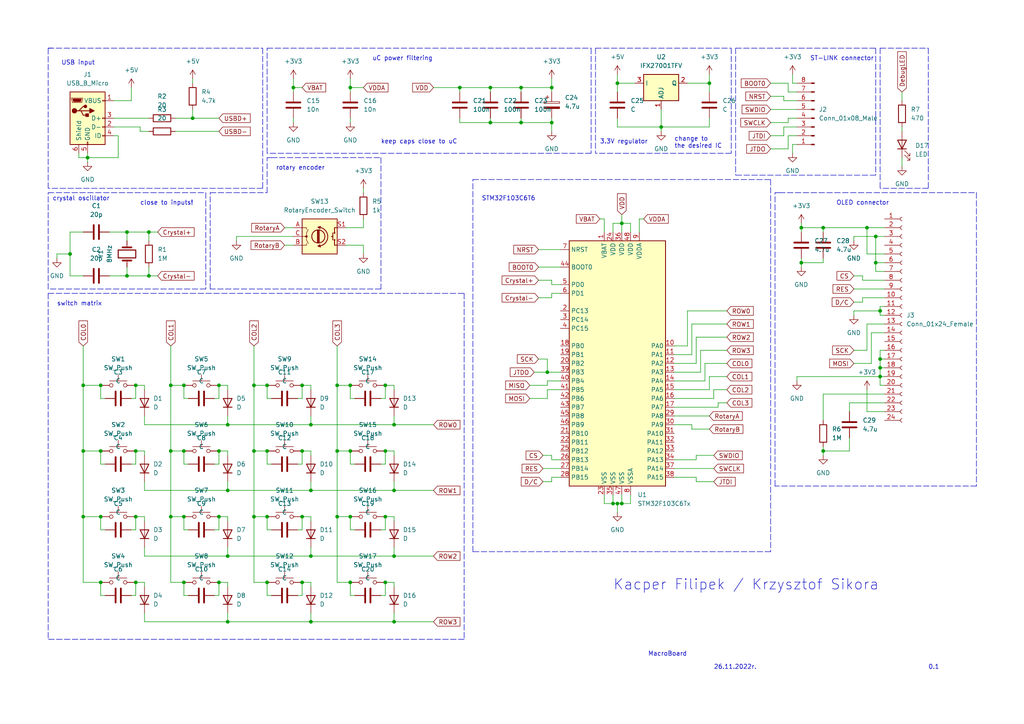
<source format=kicad_sch>
(kicad_sch (version 20211123) (generator eeschema)
  (paper "A4")
  (lib_symbols
    (symbol "Connector:Conn_01x08_Male" (pin_names (offset 1.016) hide)
      (property "Reference" "J" (at 0 10.16 0))
      (property "Value" "Conn_01x08_Male" (at 0 -12.7 0))
      (symbol "Conn_01x08_Male_1_1"
        (pin passive line (at 5.08 7.62 180) (length 3.81) (name "Pin_1") (number "1"))
        (pin passive line (at 5.08 5.08 180) (length 3.81) (name "Pin_2") (number "2"))
        (pin passive line (at 5.08 2.54 180) (length 3.81) (name "Pin_3") (number "3"))
        (pin passive line (at 5.08 0 180) (length 3.81) (name "Pin_4") (number "4"))
        (pin passive line (at 5.08 -2.54 180) (length 3.81) (name "Pin_5") (number "5"))
        (pin passive line (at 5.08 -5.08 180) (length 3.81) (name "Pin_6") (number "6"))
        (pin passive line (at 5.08 -7.62 180) (length 3.81) (name "Pin_7") (number "7"))
        (pin passive line (at 5.08 -10.16 180) (length 3.81) (name "Pin_8") (number "8"))
      )
    )
    (symbol "Connector:Conn_01x24_Female" (pin_names (offset 1.016) hide)
      (property "Reference" "J" (at 0 30.48 0))
      (property "Value" "Conn_01x24_Female" (at 0 -33.02 0))
      (symbol "Conn_01x24_Female_1_1"
        (pin passive line (at -5.08 27.94 0) (length 3.81) (name "Pin_1") (number "1"))
        (pin passive line (at -5.08 5.08 0) (length 3.81) (name "Pin_10") (number "10"))
        (pin passive line (at -5.08 2.54 0) (length 3.81) (name "Pin_11") (number "11"))
        (pin passive line (at -5.08 0 0) (length 3.81) (name "Pin_12") (number "12"))
        (pin passive line (at -5.08 -2.54 0) (length 3.81) (name "Pin_13") (number "13"))
        (pin passive line (at -5.08 -5.08 0) (length 3.81) (name "Pin_14") (number "14"))
        (pin passive line (at -5.08 -7.62 0) (length 3.81) (name "Pin_15") (number "15"))
        (pin passive line (at -5.08 -10.16 0) (length 3.81) (name "Pin_16") (number "16"))
        (pin passive line (at -5.08 -12.7 0) (length 3.81) (name "Pin_17") (number "17"))
        (pin passive line (at -5.08 -15.24 0) (length 3.81) (name "Pin_18") (number "18"))
        (pin passive line (at -5.08 -17.78 0) (length 3.81) (name "Pin_19") (number "19"))
        (pin passive line (at -5.08 25.4 0) (length 3.81) (name "Pin_2") (number "2"))
        (pin passive line (at -5.08 -20.32 0) (length 3.81) (name "Pin_20") (number "20"))
        (pin passive line (at -5.08 -22.86 0) (length 3.81) (name "Pin_21") (number "21"))
        (pin passive line (at -5.08 -25.4 0) (length 3.81) (name "Pin_22") (number "22"))
        (pin passive line (at -5.08 -27.94 0) (length 3.81) (name "Pin_23") (number "23"))
        (pin passive line (at -5.08 -30.48 0) (length 3.81) (name "Pin_24") (number "24"))
        (pin passive line (at -5.08 22.86 0) (length 3.81) (name "Pin_3") (number "3"))
        (pin passive line (at -5.08 20.32 0) (length 3.81) (name "Pin_4") (number "4"))
        (pin passive line (at -5.08 17.78 0) (length 3.81) (name "Pin_5") (number "5"))
        (pin passive line (at -5.08 15.24 0) (length 3.81) (name "Pin_6") (number "6"))
        (pin passive line (at -5.08 12.7 0) (length 3.81) (name "Pin_7") (number "7"))
        (pin passive line (at -5.08 10.16 0) (length 3.81) (name "Pin_8") (number "8"))
        (pin passive line (at -5.08 7.62 0) (length 3.81) (name "Pin_9") (number "9"))
      )
    )
    (symbol "Connector:USB_B_Micro" (pin_names (offset 1.016))
      (property "Reference" "J" (at -5.08 11.43 0))
      (property "Value" "USB_B_Micro" (at -5.08 8.89 0))
      (symbol "USB_B_Micro_1_1"
        (pin power_out line (at 7.62 5.08 180) (length 2.54) (name "VBUS") (number "1"))
        (pin bidirectional line (at 7.62 -2.54 180) (length 2.54) (name "D-") (number "2"))
        (pin bidirectional line (at 7.62 0 180) (length 2.54) (name "D+") (number "3"))
        (pin passive line (at 7.62 -5.08 180) (length 2.54) (name "ID") (number "4"))
        (pin power_out line (at 0 -10.16 90) (length 2.54) (name "GND") (number "5"))
        (pin passive line (at -2.54 -10.16 90) (length 2.54) (name "Shield") (number "6"))
      )
    )
    (symbol "Device:C" (pin_numbers hide) (pin_names (offset 0.254))
      (property "Reference" "C" (at 0.635 2.54 0))
      (property "Value" "C" (at 0.635 -2.54 0))
      (symbol "C_1_1"
        (pin passive line (at 0 3.81 270) (length 2.794) (name "~") (number "1"))
        (pin passive line (at 0 -3.81 90) (length 2.794) (name "~") (number "2"))
      )
    )
    (symbol "Device:C_Polarized" (pin_numbers hide) (pin_names (offset 0.254))
      (property "Reference" "C" (at 0.635 2.54 0))
      (property "Value" "C_Polarized" (at 0.635 -2.54 0))
      (symbol "C_Polarized_1_1"
        (pin passive line (at 0 3.81 270) (length 2.794) (name "~") (number "1"))
        (pin passive line (at 0 -3.81 90) (length 2.794) (name "~") (number "2"))
      )
    )
    (symbol "Device:Crystal" (pin_numbers hide) (pin_names (offset 1.016) hide)
      (property "Reference" "Y" (at 0 3.81 0))
      (property "Value" "Crystal" (at 0 -3.81 0))
      (symbol "Crystal_1_1"
        (pin passive line (at -3.81 0 0) (length 1.27) (name "1") (number "1"))
        (pin passive line (at 3.81 0 180) (length 1.27) (name "2") (number "2"))
      )
    )
    (symbol "Device:D" (pin_numbers hide) (pin_names (offset 1.016) hide)
      (property "Reference" "D" (at 0 2.54 0))
      (property "Value" "D" (at 0 -2.54 0))
      (symbol "D_1_1"
        (pin passive line (at -3.81 0 0) (length 2.54) (name "K") (number "1"))
        (pin passive line (at 3.81 0 180) (length 2.54) (name "A") (number "2"))
      )
    )
    (symbol "Device:LED" (pin_numbers hide) (pin_names (offset 1.016) hide)
      (property "Reference" "D" (at 0 2.54 0))
      (property "Value" "LED" (at 0 -2.54 0))
      (symbol "LED_1_1"
        (pin passive line (at -3.81 0 0) (length 2.54) (name "K") (number "1"))
        (pin passive line (at 3.81 0 180) (length 2.54) (name "A") (number "2"))
      )
    )
    (symbol "Device:R" (pin_numbers hide) (pin_names (offset 0))
      (property "Reference" "R" (at 2.032 0 90))
      (property "Value" "R" (at 0 0 90))
      (symbol "R_1_1"
        (pin passive line (at 0 3.81 270) (length 1.27) (name "~") (number "1"))
        (pin passive line (at 0 -3.81 90) (length 1.27) (name "~") (number "2"))
      )
    )
    (symbol "Device:RotaryEncoder_Switch" (pin_names (offset 0.254) hide)
      (property "Reference" "SW" (at 0 6.604 0))
      (property "Value" "RotaryEncoder_Switch" (at 0 -6.604 0))
      (symbol "RotaryEncoder_Switch_1_1"
        (pin passive line (at -7.62 2.54 0) (length 2.54) (name "A") (number "A"))
        (pin passive line (at -7.62 -2.54 0) (length 2.54) (name "B") (number "B"))
        (pin passive line (at -7.62 0 0) (length 2.54) (name "C") (number "C"))
        (pin passive line (at 7.62 2.54 180) (length 2.54) (name "S1") (number "S1"))
        (pin passive line (at 7.62 -2.54 180) (length 2.54) (name "S2") (number "S2"))
      )
    )
    (symbol "MCU_ST_STM32F1:STM32F103C6Tx"
      (property "Reference" "U" (at -15.24 36.83 0))
      (property "Value" "STM32F103C6Tx" (at 7.62 36.83 0))
      (symbol "STM32F103C6Tx_1_1"
        (pin power_in line (at -5.08 38.1 270) (length 2.54) (name "VBAT") (number "1"))
        (pin bidirectional line (at 15.24 5.08 180) (length 2.54) (name "PA0") (number "10"))
        (pin bidirectional line (at 15.24 2.54 180) (length 2.54) (name "PA1") (number "11"))
        (pin bidirectional line (at 15.24 0 180) (length 2.54) (name "PA2") (number "12"))
        (pin bidirectional line (at 15.24 -2.54 180) (length 2.54) (name "PA3") (number "13"))
        (pin bidirectional line (at 15.24 -5.08 180) (length 2.54) (name "PA4") (number "14"))
        (pin bidirectional line (at 15.24 -7.62 180) (length 2.54) (name "PA5") (number "15"))
        (pin bidirectional line (at 15.24 -10.16 180) (length 2.54) (name "PA6") (number "16"))
        (pin bidirectional line (at 15.24 -12.7 180) (length 2.54) (name "PA7") (number "17"))
        (pin bidirectional line (at -17.78 5.08 0) (length 2.54) (name "PB0") (number "18"))
        (pin bidirectional line (at -17.78 2.54 0) (length 2.54) (name "PB1") (number "19"))
        (pin bidirectional line (at -17.78 15.24 0) (length 2.54) (name "PC13") (number "2"))
        (pin bidirectional line (at -17.78 0 0) (length 2.54) (name "PB2") (number "20"))
        (pin bidirectional line (at -17.78 -20.32 0) (length 2.54) (name "PB10") (number "21"))
        (pin bidirectional line (at -17.78 -22.86 0) (length 2.54) (name "PB11") (number "22"))
        (pin power_in line (at -5.08 -38.1 90) (length 2.54) (name "VSS") (number "23"))
        (pin power_in line (at -2.54 38.1 270) (length 2.54) (name "VDD") (number "24"))
        (pin bidirectional line (at -17.78 -25.4 0) (length 2.54) (name "PB12") (number "25"))
        (pin bidirectional line (at -17.78 -27.94 0) (length 2.54) (name "PB13") (number "26"))
        (pin bidirectional line (at -17.78 -30.48 0) (length 2.54) (name "PB14") (number "27"))
        (pin bidirectional line (at -17.78 -33.02 0) (length 2.54) (name "PB15") (number "28"))
        (pin bidirectional line (at 15.24 -15.24 180) (length 2.54) (name "PA8") (number "29"))
        (pin bidirectional line (at -17.78 12.7 0) (length 2.54) (name "PC14") (number "3"))
        (pin bidirectional line (at 15.24 -17.78 180) (length 2.54) (name "PA9") (number "30"))
        (pin bidirectional line (at 15.24 -20.32 180) (length 2.54) (name "PA10") (number "31"))
        (pin bidirectional line (at 15.24 -22.86 180) (length 2.54) (name "PA11") (number "32"))
        (pin bidirectional line (at 15.24 -25.4 180) (length 2.54) (name "PA12") (number "33"))
        (pin bidirectional line (at 15.24 -27.94 180) (length 2.54) (name "PA13") (number "34"))
        (pin power_in line (at -2.54 -38.1 90) (length 2.54) (name "VSS") (number "35"))
        (pin power_in line (at 0 38.1 270) (length 2.54) (name "VDD") (number "36"))
        (pin bidirectional line (at 15.24 -30.48 180) (length 2.54) (name "PA14") (number "37"))
        (pin bidirectional line (at 15.24 -33.02 180) (length 2.54) (name "PA15") (number "38"))
        (pin bidirectional line (at -17.78 -2.54 0) (length 2.54) (name "PB3") (number "39"))
        (pin bidirectional line (at -17.78 10.16 0) (length 2.54) (name "PC15") (number "4"))
        (pin bidirectional line (at -17.78 -5.08 0) (length 2.54) (name "PB4") (number "40"))
        (pin bidirectional line (at -17.78 -7.62 0) (length 2.54) (name "PB5") (number "41"))
        (pin bidirectional line (at -17.78 -10.16 0) (length 2.54) (name "PB6") (number "42"))
        (pin bidirectional line (at -17.78 -12.7 0) (length 2.54) (name "PB7") (number "43"))
        (pin input line (at -17.78 27.94 0) (length 2.54) (name "BOOT0") (number "44"))
        (pin bidirectional line (at -17.78 -15.24 0) (length 2.54) (name "PB8") (number "45"))
        (pin bidirectional line (at -17.78 -17.78 0) (length 2.54) (name "PB9") (number "46"))
        (pin power_in line (at 0 -38.1 90) (length 2.54) (name "VSS") (number "47"))
        (pin power_in line (at 2.54 38.1 270) (length 2.54) (name "VDD") (number "48"))
        (pin input line (at -17.78 22.86 0) (length 2.54) (name "PD0") (number "5"))
        (pin input line (at -17.78 20.32 0) (length 2.54) (name "PD1") (number "6"))
        (pin input line (at -17.78 33.02 0) (length 2.54) (name "NRST") (number "7"))
        (pin power_in line (at 2.54 -38.1 90) (length 2.54) (name "VSSA") (number "8"))
        (pin power_in line (at 5.08 38.1 270) (length 2.54) (name "VDDA") (number "9"))
      )
    )
    (symbol "Regulator_Linear:IFX27001TFV"
      (property "Reference" "U" (at 0 6.35 0))
      (property "Value" "IFX27001TFV" (at 0 3.81 0))
      (symbol "IFX27001TFV_1_1"
        (pin input line (at 0 -7.62 90) (length 2.54) (name "ADJ") (number "1"))
        (pin power_out line (at 7.62 0 180) (length 2.54) (name "Q") (number "2"))
        (pin power_in line (at -7.62 0 0) (length 2.54) (name "I") (number "3"))
      )
    )
    (symbol "Switch:SW_Push" (pin_numbers hide) (pin_names (offset 1.016) hide)
      (property "Reference" "SW" (at 1.27 2.54 0))
      (property "Value" "SW_Push" (at 0 -1.524 0))
      (symbol "SW_Push_0_1"
        (pin passive line (at -5.08 0 0) (length 2.54) (name "1") (number "1"))
        (pin passive line (at 5.08 0 180) (length 2.54) (name "2") (number "2"))
      )
    )
    (symbol "power:+3.3V" (power) (pin_names (offset 0))
      (property "Value" "+3.3V" (at 0 3.556 0))
      (symbol "+3.3V_1_1"
        (pin power_in line (at 0 0 90) (length 0) hide (name "+3V3") (number "1"))
      )
    )
    (symbol "power:+5V" (power) (pin_names (offset 0))
      (property "Value" "+5V" (at 0 3.556 0))
      (symbol "+5V_1_1"
        (pin power_in line (at 0 0 90) (length 0) hide (name "+5V") (number "1"))
      )
    )
    (symbol "power:GND" (power) (pin_names (offset 0))
      (property "Value" "GND" (at 0 -3.81 0))
      (symbol "GND_1_1"
        (pin power_in line (at 0 0 270) (length 0) hide (name "GND") (number "1"))
      )
    )
  )
  (junction (at 111.76 130.81))
  (junction (at 255.27 104.14))
  (junction (at 97.79 130.81))
  (junction (at 160.02 25.4))
  (junction (at 111.76 168.91))
  (junction (at 90.17 180.34))
  (junction (at 255.27 106.68))
  (junction (at 29.21 130.81))
  (junction (at 63.5 111.76))
  (junction (at 43.18 67.31))
  (junction (at 114.3 123.19))
  (junction (at 63.5 168.91))
  (junction (at 43.18 80.01))
  (junction (at 39.37 130.81))
  (junction (at 63.5 149.86))
  (junction (at 255.27 90.17))
  (junction (at 101.6 111.76))
  (junction (at 114.3 180.34))
  (junction (at 20.32 73.66))
  (junction (at 179.07 24.13))
  (junction (at 36.83 80.01))
  (junction (at 179.07 146.05))
  (junction (at 142.24 35.56))
  (junction (at 39.37 149.86))
  (junction (at 133.35 25.4))
  (junction (at 151.13 35.56))
  (junction (at 73.66 149.86))
  (junction (at 151.13 25.4))
  (junction (at 24.13 130.81))
  (junction (at 101.6 130.81))
  (junction (at 254 68.58))
  (junction (at 111.76 111.76))
  (junction (at 29.21 149.86))
  (junction (at 90.17 142.24))
  (junction (at 24.13 149.86))
  (junction (at 180.34 64.77))
  (junction (at 53.34 111.76))
  (junction (at 101.6 149.86))
  (junction (at 53.34 168.91))
  (junction (at 49.53 111.76))
  (junction (at 114.3 142.24))
  (junction (at 87.63 168.91))
  (junction (at 77.47 149.86))
  (junction (at 232.41 66.04))
  (junction (at 77.47 111.76))
  (junction (at 63.5 130.81))
  (junction (at 39.37 168.91))
  (junction (at 85.09 25.4))
  (junction (at 39.37 111.76))
  (junction (at 101.6 168.91))
  (junction (at 191.77 36.83))
  (junction (at 36.83 67.31))
  (junction (at 142.24 25.4))
  (junction (at 24.13 111.76))
  (junction (at 87.63 130.81))
  (junction (at 55.88 34.29))
  (junction (at 255.27 109.22))
  (junction (at 251.46 66.04))
  (junction (at 66.04 142.24))
  (junction (at 90.17 161.29))
  (junction (at 73.66 111.76))
  (junction (at 232.41 76.2))
  (junction (at 87.63 149.86))
  (junction (at 73.66 130.81))
  (junction (at 77.47 130.81))
  (junction (at 254 76.2))
  (junction (at 87.63 111.76))
  (junction (at 53.34 149.86))
  (junction (at 66.04 161.29))
  (junction (at 29.21 111.76))
  (junction (at 238.76 66.04))
  (junction (at 158.75 107.95))
  (junction (at 66.04 180.34))
  (junction (at 97.79 149.86))
  (junction (at 49.53 149.86))
  (junction (at 90.17 123.19))
  (junction (at 101.6 25.4))
  (junction (at 114.3 161.29))
  (junction (at 205.74 24.13))
  (junction (at 77.47 168.91))
  (junction (at 66.04 123.19))
  (junction (at 25.4 45.72))
  (junction (at 160.02 35.56))
  (junction (at 49.53 130.81))
  (junction (at 53.34 130.81))
  (junction (at 238.76 130.81))
  (junction (at 29.21 168.91))
  (junction (at 111.76 149.86))
  (junction (at 180.34 146.05))
  (junction (at 97.79 111.76))
  (junction (at 177.8 146.05))
  (wire (pts (xy 102.87 172.72) (xy 101.6 172.72)))
  (wire (pts (xy 114.3 180.34) (xy 125.73 180.34)))
  (wire (pts (xy 162.56 138.43) (xy 160.02 138.43)))
  (wire (pts (xy 101.6 22.86) (xy 101.6 25.4)))
  (wire (pts (xy 228.6 39.37) (xy 228.6 43.18)))
  (polyline (pts (xy 269.24 54.61) (xy 255.27 54.61)))
  (wire (pts (xy 133.35 35.56) (xy 142.24 35.56)))
  (wire (pts (xy 101.6 34.29) (xy 101.6 35.56)))
  (wire (pts (xy 111.76 130.81) (xy 114.3 130.81)))
  (wire (pts (xy 160.02 132.08) (xy 160.02 133.35)))
  (wire (pts (xy 41.91 149.86) (xy 41.91 151.13)))
  (wire (pts (xy 38.1 153.67) (xy 39.37 153.67)))
  (wire (pts (xy 255.27 106.68) (xy 255.27 104.14)))
  (wire (pts (xy 62.23 134.62) (xy 63.5 134.62)))
  (wire (pts (xy 111.76 149.86) (xy 114.3 149.86)))
  (wire (pts (xy 201.93 132.08) (xy 201.93 133.35)))
  (wire (pts (xy 87.63 134.62) (xy 87.63 130.81)))
  (wire (pts (xy 255.27 90.17) (xy 255.27 91.44)))
  (wire (pts (xy 73.66 149.86) (xy 77.47 149.86)))
  (wire (pts (xy 82.55 66.04) (xy 85.09 66.04)))
  (wire (pts (xy 158.75 104.14) (xy 158.75 107.95)))
  (wire (pts (xy 160.02 22.86) (xy 160.02 25.4)))
  (wire (pts (xy 34.29 39.37) (xy 34.29 45.72)))
  (wire (pts (xy 85.09 22.86) (xy 85.09 25.4)))
  (wire (pts (xy 200.66 93.98) (xy 210.82 93.98)))
  (wire (pts (xy 250.19 86.36) (xy 256.54 86.36)))
  (wire (pts (xy 255.27 101.6) (xy 255.27 104.14)))
  (wire (pts (xy 34.29 45.72) (xy 25.4 45.72)))
  (wire (pts (xy 125.73 25.4) (xy 133.35 25.4)))
  (wire (pts (xy 227.33 27.94) (xy 227.33 29.21)))
  (wire (pts (xy 73.66 130.81) (xy 77.47 130.81)))
  (wire (pts (xy 90.17 123.19) (xy 66.04 123.19)))
  (wire (pts (xy 16.51 74.93) (xy 16.51 73.66)))
  (wire (pts (xy 238.76 130.81) (xy 238.76 132.08)))
  (wire (pts (xy 195.58 135.89) (xy 207.01 135.89)))
  (wire (pts (xy 49.53 149.86) (xy 53.34 149.86)))
  (wire (pts (xy 231.14 109.22) (xy 255.27 109.22)))
  (polyline (pts (xy 77.47 45.72) (xy 78.74 45.72)))
  (wire (pts (xy 97.79 130.81) (xy 97.79 149.86)))
  (wire (pts (xy 158.75 110.49) (xy 158.75 111.76)))
  (wire (pts (xy 256.54 76.2) (xy 254 76.2)))
  (wire (pts (xy 50.8 34.29) (xy 55.88 34.29)))
  (wire (pts (xy 101.6 168.91) (xy 101.6 172.72)))
  (wire (pts (xy 228.6 24.13) (xy 228.6 26.67)))
  (wire (pts (xy 39.37 115.57) (xy 39.37 111.76)))
  (wire (pts (xy 256.54 119.38) (xy 251.46 119.38)))
  (wire (pts (xy 97.79 111.76) (xy 97.79 130.81)))
  (wire (pts (xy 53.34 111.76) (xy 49.53 111.76)))
  (wire (pts (xy 229.87 24.13) (xy 231.14 24.13)))
  (wire (pts (xy 41.91 123.19) (xy 66.04 123.19)))
  (wire (pts (xy 179.07 24.13) (xy 179.07 26.67)))
  (wire (pts (xy 73.66 100.33) (xy 73.66 111.76)))
  (wire (pts (xy 29.21 168.91) (xy 29.21 172.72)))
  (polyline (pts (xy 212.09 13.97) (xy 212.09 44.45)))
  (wire (pts (xy 39.37 111.76) (xy 41.91 111.76)))
  (wire (pts (xy 101.6 25.4) (xy 105.41 25.4)))
  (wire (pts (xy 114.3 111.76) (xy 114.3 113.03)))
  (wire (pts (xy 77.47 149.86) (xy 77.47 153.67)))
  (wire (pts (xy 191.77 36.83) (xy 191.77 38.1)))
  (wire (pts (xy 41.91 168.91) (xy 41.91 170.18)))
  (wire (pts (xy 114.3 161.29) (xy 90.17 161.29)))
  (wire (pts (xy 66.04 130.81) (xy 66.04 132.08)))
  (wire (pts (xy 90.17 149.86) (xy 90.17 151.13)))
  (wire (pts (xy 179.07 146.05) (xy 179.07 148.59)))
  (wire (pts (xy 43.18 67.31) (xy 45.72 67.31)))
  (wire (pts (xy 246.38 116.84) (xy 256.54 116.84)))
  (polyline (pts (xy 77.47 13.97) (xy 171.45 13.97)))
  (wire (pts (xy 114.3 123.19) (xy 125.73 123.19)))
  (wire (pts (xy 66.04 161.29) (xy 90.17 161.29)))
  (wire (pts (xy 179.07 24.13) (xy 184.15 24.13)))
  (wire (pts (xy 90.17 180.34) (xy 66.04 180.34)))
  (wire (pts (xy 40.64 38.1) (xy 43.18 38.1)))
  (wire (pts (xy 158.75 113.03) (xy 162.56 113.03)))
  (wire (pts (xy 151.13 35.56) (xy 160.02 35.56)))
  (wire (pts (xy 247.65 69.85) (xy 247.65 68.58)))
  (wire (pts (xy 102.87 134.62) (xy 101.6 134.62)))
  (wire (pts (xy 207.01 139.7) (xy 201.93 139.7)))
  (wire (pts (xy 158.75 107.95) (xy 162.56 107.95)))
  (wire (pts (xy 30.48 153.67) (xy 29.21 153.67)))
  (wire (pts (xy 157.48 139.7) (xy 160.02 139.7)))
  (polyline (pts (xy 269.24 13.97) (xy 269.24 54.61)))
  (wire (pts (xy 201.93 105.41) (xy 195.58 105.41)))
  (wire (pts (xy 160.02 85.09) (xy 160.02 86.36)))
  (wire (pts (xy 142.24 34.29) (xy 142.24 35.56)))
  (wire (pts (xy 97.79 111.76) (xy 101.6 111.76)))
  (wire (pts (xy 43.18 77.47) (xy 43.18 80.01)))
  (wire (pts (xy 105.41 71.12) (xy 100.33 71.12)))
  (wire (pts (xy 53.34 149.86) (xy 53.34 153.67)))
  (wire (pts (xy 87.63 168.91) (xy 90.17 168.91)))
  (wire (pts (xy 200.66 123.19) (xy 195.58 123.19)))
  (wire (pts (xy 97.79 130.81) (xy 101.6 130.81)))
  (wire (pts (xy 205.74 24.13) (xy 205.74 26.67)))
  (wire (pts (xy 31.75 67.31) (xy 36.83 67.31)))
  (polyline (pts (xy 283.21 140.97) (xy 224.79 140.97)))
  (wire (pts (xy 86.36 172.72) (xy 87.63 172.72)))
  (wire (pts (xy 177.8 67.31) (xy 177.8 64.77)))
  (polyline (pts (xy 110.49 45.72) (xy 110.49 83.82)))
  (wire (pts (xy 24.13 168.91) (xy 29.21 168.91)))
  (wire (pts (xy 73.66 111.76) (xy 73.66 130.81)))
  (wire (pts (xy 86.36 134.62) (xy 87.63 134.62)))
  (wire (pts (xy 210.82 109.22) (xy 205.74 109.22)))
  (wire (pts (xy 87.63 111.76) (xy 90.17 111.76)))
  (wire (pts (xy 195.58 107.95) (xy 203.2 107.95)))
  (wire (pts (xy 29.21 149.86) (xy 29.21 153.67)))
  (polyline (pts (xy 60.96 83.82) (xy 60.96 55.88)))
  (wire (pts (xy 63.5 111.76) (xy 66.04 111.76)))
  (wire (pts (xy 24.13 149.86) (xy 24.13 130.81)))
  (polyline (pts (xy 77.47 44.45) (xy 77.47 13.97)))
  (wire (pts (xy 24.13 100.33) (xy 24.13 111.76)))
  (wire (pts (xy 110.49 172.72) (xy 111.76 172.72)))
  (wire (pts (xy 39.37 153.67) (xy 39.37 149.86)))
  (polyline (pts (xy 224.79 140.97) (xy 224.79 55.88)))
  (wire (pts (xy 199.39 100.33) (xy 195.58 100.33)))
  (wire (pts (xy 68.58 68.58) (xy 68.58 69.85)))
  (wire (pts (xy 205.74 34.29) (xy 205.74 36.83)))
  (wire (pts (xy 154.94 107.95) (xy 158.75 107.95)))
  (wire (pts (xy 66.04 149.86) (xy 66.04 151.13)))
  (wire (pts (xy 54.61 172.72) (xy 53.34 172.72)))
  (wire (pts (xy 82.55 71.12) (xy 85.09 71.12)))
  (wire (pts (xy 55.88 34.29) (xy 63.5 34.29)))
  (wire (pts (xy 179.07 34.29) (xy 179.07 36.83)))
  (wire (pts (xy 110.49 134.62) (xy 111.76 134.62)))
  (wire (pts (xy 250.19 81.28) (xy 256.54 81.28)))
  (wire (pts (xy 49.53 100.33) (xy 49.53 111.76)))
  (wire (pts (xy 87.63 153.67) (xy 87.63 149.86)))
  (wire (pts (xy 175.26 67.31) (xy 175.26 63.5)))
  (wire (pts (xy 207.01 113.03) (xy 207.01 115.57)))
  (wire (pts (xy 180.34 146.05) (xy 179.07 146.05)))
  (wire (pts (xy 66.04 111.76) (xy 66.04 113.03)))
  (wire (pts (xy 66.04 168.91) (xy 66.04 170.18)))
  (polyline (pts (xy 59.69 55.88) (xy 59.69 83.82)))
  (wire (pts (xy 36.83 80.01) (xy 43.18 80.01)))
  (wire (pts (xy 210.82 90.17) (xy 199.39 90.17)))
  (wire (pts (xy 180.34 143.51) (xy 180.34 146.05)))
  (wire (pts (xy 101.6 149.86) (xy 101.6 153.67)))
  (wire (pts (xy 227.33 29.21) (xy 231.14 29.21)))
  (polyline (pts (xy 213.36 13.97) (xy 213.36 50.8)))
  (wire (pts (xy 29.21 130.81) (xy 29.21 134.62)))
  (wire (pts (xy 142.24 35.56) (xy 151.13 35.56)))
  (wire (pts (xy 102.87 153.67) (xy 101.6 153.67)))
  (wire (pts (xy 30.48 134.62) (xy 29.21 134.62)))
  (wire (pts (xy 238.76 66.04) (xy 251.46 66.04)))
  (wire (pts (xy 66.04 177.8) (xy 66.04 180.34)))
  (wire (pts (xy 41.91 158.75) (xy 41.91 161.29)))
  (polyline (pts (xy 283.21 55.88) (xy 283.21 140.97)))
  (wire (pts (xy 33.02 39.37) (xy 34.29 39.37)))
  (wire (pts (xy 53.34 168.91) (xy 53.34 172.72)))
  (wire (pts (xy 62.23 172.72) (xy 63.5 172.72)))
  (polyline (pts (xy 59.69 83.82) (xy 13.97 83.82)))
  (wire (pts (xy 156.21 81.28) (xy 160.02 81.28)))
  (wire (pts (xy 114.3 177.8) (xy 114.3 180.34)))
  (wire (pts (xy 157.48 135.89) (xy 162.56 135.89)))
  (wire (pts (xy 36.83 77.47) (xy 36.83 80.01)))
  (wire (pts (xy 63.5 168.91) (xy 66.04 168.91)))
  (polyline (pts (xy 137.16 52.07) (xy 223.52 52.07)))
  (polyline (pts (xy 226.06 55.88) (xy 283.21 55.88)))
  (wire (pts (xy 90.17 168.91) (xy 90.17 170.18)))
  (wire (pts (xy 63.5 172.72) (xy 63.5 168.91)))
  (wire (pts (xy 238.76 66.04) (xy 238.76 67.31)))
  (wire (pts (xy 30.48 115.57) (xy 29.21 115.57)))
  (wire (pts (xy 205.74 124.46) (xy 200.66 124.46)))
  (wire (pts (xy 85.09 34.29) (xy 85.09 35.56)))
  (wire (pts (xy 251.46 93.98) (xy 251.46 101.6)))
  (wire (pts (xy 38.1 134.62) (xy 39.37 134.62)))
  (wire (pts (xy 199.39 90.17) (xy 199.39 100.33)))
  (wire (pts (xy 41.91 139.7) (xy 41.91 142.24)))
  (wire (pts (xy 179.07 36.83) (xy 191.77 36.83)))
  (wire (pts (xy 22.86 45.72) (xy 25.4 45.72)))
  (wire (pts (xy 49.53 111.76) (xy 49.53 130.81)))
  (wire (pts (xy 223.52 35.56) (xy 228.6 35.56)))
  (wire (pts (xy 90.17 180.34) (xy 114.3 180.34)))
  (wire (pts (xy 78.74 115.57) (xy 77.47 115.57)))
  (wire (pts (xy 114.3 142.24) (xy 125.73 142.24)))
  (wire (pts (xy 24.13 80.01) (xy 20.32 80.01)))
  (wire (pts (xy 160.02 25.4) (xy 160.02 26.67)))
  (wire (pts (xy 247.65 91.44) (xy 247.65 90.17)))
  (polyline (pts (xy 76.2 54.61) (xy 13.97 54.61)))
  (wire (pts (xy 246.38 116.84) (xy 246.38 119.38)))
  (wire (pts (xy 247.65 68.58) (xy 254 68.58)))
  (wire (pts (xy 114.3 168.91) (xy 114.3 170.18)))
  (wire (pts (xy 185.42 63.5) (xy 185.42 67.31)))
  (wire (pts (xy 24.13 130.81) (xy 29.21 130.81)))
  (wire (pts (xy 175.26 143.51) (xy 175.26 146.05)))
  (polyline (pts (xy 223.52 160.02) (xy 137.16 160.02)))
  (polyline (pts (xy 134.62 185.42) (xy 13.97 185.42)))
  (wire (pts (xy 87.63 115.57) (xy 87.63 111.76)))
  (wire (pts (xy 68.58 68.58) (xy 85.09 68.58)))
  (wire (pts (xy 114.3 120.65) (xy 114.3 123.19)))
  (wire (pts (xy 201.93 138.43) (xy 195.58 138.43)))
  (wire (pts (xy 238.76 129.54) (xy 238.76 130.81)))
  (wire (pts (xy 228.6 34.29) (xy 231.14 34.29)))
  (polyline (pts (xy 137.16 160.02) (xy 137.16 52.07)))
  (wire (pts (xy 160.02 82.55) (xy 162.56 82.55)))
  (wire (pts (xy 223.52 31.75) (xy 231.14 31.75)))
  (polyline (pts (xy 171.45 13.97) (xy 171.45 44.45)))
  (wire (pts (xy 229.87 44.45) (xy 229.87 41.91)))
  (wire (pts (xy 97.79 149.86) (xy 101.6 149.86)))
  (wire (pts (xy 247.65 87.63) (xy 250.19 87.63)))
  (wire (pts (xy 55.88 22.86) (xy 55.88 24.13)))
  (wire (pts (xy 97.79 149.86) (xy 97.79 168.91)))
  (wire (pts (xy 101.6 130.81) (xy 101.6 134.62)))
  (wire (pts (xy 229.87 41.91) (xy 231.14 41.91)))
  (wire (pts (xy 114.3 158.75) (xy 114.3 161.29)))
  (wire (pts (xy 50.8 38.1) (xy 63.5 38.1)))
  (wire (pts (xy 210.82 113.03) (xy 207.01 113.03)))
  (polyline (pts (xy 13.97 85.09) (xy 134.62 85.09)))
  (wire (pts (xy 238.76 74.93) (xy 238.76 76.2)))
  (wire (pts (xy 133.35 26.67) (xy 133.35 25.4)))
  (wire (pts (xy 63.5 153.67) (xy 63.5 149.86)))
  (wire (pts (xy 151.13 34.29) (xy 151.13 35.56)))
  (wire (pts (xy 256.54 88.9) (xy 255.27 88.9)))
  (wire (pts (xy 255.27 91.44) (xy 256.54 91.44)))
  (wire (pts (xy 180.34 62.23) (xy 180.34 64.77)))
  (wire (pts (xy 39.37 168.91) (xy 41.91 168.91)))
  (wire (pts (xy 255.27 104.14) (xy 256.54 104.14)))
  (wire (pts (xy 111.76 168.91) (xy 114.3 168.91)))
  (wire (pts (xy 247.65 83.82) (xy 256.54 83.82)))
  (wire (pts (xy 90.17 111.76) (xy 90.17 113.03)))
  (wire (pts (xy 182.88 64.77) (xy 180.34 64.77)))
  (wire (pts (xy 177.8 64.77) (xy 180.34 64.77)))
  (wire (pts (xy 256.54 101.6) (xy 255.27 101.6)))
  (wire (pts (xy 40.64 36.83) (xy 40.64 38.1)))
  (wire (pts (xy 160.02 138.43) (xy 160.02 139.7)))
  (wire (pts (xy 156.21 104.14) (xy 158.75 104.14)))
  (wire (pts (xy 38.1 25.4) (xy 38.1 29.21)))
  (wire (pts (xy 246.38 127) (xy 246.38 130.81)))
  (wire (pts (xy 200.66 102.87) (xy 200.66 93.98)))
  (wire (pts (xy 114.3 142.24) (xy 90.17 142.24)))
  (wire (pts (xy 251.46 66.04) (xy 251.46 73.66)))
  (polyline (pts (xy 172.72 13.97) (xy 212.09 13.97)))
  (wire (pts (xy 232.41 66.04) (xy 232.41 67.31)))
  (wire (pts (xy 63.5 134.62) (xy 63.5 130.81)))
  (wire (pts (xy 182.88 146.05) (xy 180.34 146.05)))
  (wire (pts (xy 256.54 73.66) (xy 251.46 73.66)))
  (wire (pts (xy 177.8 143.51) (xy 177.8 146.05)))
  (wire (pts (xy 38.1 115.57) (xy 39.37 115.57)))
  (wire (pts (xy 33.02 36.83) (xy 40.64 36.83)))
  (wire (pts (xy 151.13 25.4) (xy 160.02 25.4)))
  (wire (pts (xy 41.91 120.65) (xy 41.91 123.19)))
  (wire (pts (xy 78.74 134.62) (xy 77.47 134.62)))
  (wire (pts (xy 151.13 25.4) (xy 151.13 26.67)))
  (wire (pts (xy 255.27 111.76) (xy 255.27 109.22)))
  (polyline (pts (xy 172.72 13.97) (xy 172.72 44.45)))
  (wire (pts (xy 251.46 101.6) (xy 247.65 101.6)))
  (wire (pts (xy 201.93 97.79) (xy 201.93 105.41)))
  (wire (pts (xy 90.17 177.8) (xy 90.17 180.34)))
  (wire (pts (xy 195.58 102.87) (xy 200.66 102.87)))
  (wire (pts (xy 246.38 130.81) (xy 238.76 130.81)))
  (wire (pts (xy 54.61 134.62) (xy 53.34 134.62)))
  (polyline (pts (xy 255.27 13.97) (xy 255.27 54.61)))
  (wire (pts (xy 160.02 35.56) (xy 160.02 34.29)))
  (wire (pts (xy 223.52 24.13) (xy 228.6 24.13)))
  (polyline (pts (xy 255.27 13.97) (xy 269.24 13.97)))
  (wire (pts (xy 133.35 25.4) (xy 142.24 25.4)))
  (wire (pts (xy 49.53 130.81) (xy 53.34 130.81)))
  (wire (pts (xy 111.76 172.72) (xy 111.76 168.91)))
  (wire (pts (xy 232.41 64.77) (xy 232.41 66.04)))
  (wire (pts (xy 29.21 111.76) (xy 29.21 115.57)))
  (wire (pts (xy 256.54 96.52) (xy 252.73 96.52)))
  (wire (pts (xy 210.82 116.84) (xy 208.28 116.84)))
  (wire (pts (xy 232.41 74.93) (xy 232.41 76.2)))
  (wire (pts (xy 200.66 124.46) (xy 200.66 123.19)))
  (wire (pts (xy 256.54 109.22) (xy 255.27 109.22)))
  (wire (pts (xy 39.37 172.72) (xy 39.37 168.91)))
  (wire (pts (xy 29.21 149.86) (xy 24.13 149.86)))
  (polyline (pts (xy 13.97 13.97) (xy 76.2 13.97)))
  (wire (pts (xy 41.91 142.24) (xy 66.04 142.24)))
  (wire (pts (xy 55.88 34.29) (xy 55.88 31.75)))
  (wire (pts (xy 111.76 153.67) (xy 111.76 149.86)))
  (wire (pts (xy 24.13 111.76) (xy 24.13 130.81)))
  (wire (pts (xy 41.91 111.76) (xy 41.91 113.03)))
  (wire (pts (xy 153.67 115.57) (xy 158.75 115.57)))
  (wire (pts (xy 49.53 168.91) (xy 53.34 168.91)))
  (wire (pts (xy 66.04 139.7) (xy 66.04 142.24)))
  (polyline (pts (xy 254 50.8) (xy 213.36 50.8)))
  (polyline (pts (xy 212.09 44.45) (xy 172.72 44.45)))
  (wire (pts (xy 210.82 105.41) (xy 204.47 105.41)))
  (wire (pts (xy 162.56 110.49) (xy 158.75 110.49)))
  (wire (pts (xy 252.73 96.52) (xy 252.73 105.41)))
  (wire (pts (xy 250.19 87.63) (xy 250.19 86.36)))
  (wire (pts (xy 261.62 26.67) (xy 261.62 29.21)))
  (wire (pts (xy 114.3 130.81) (xy 114.3 132.08)))
  (wire (pts (xy 66.04 142.24) (xy 90.17 142.24)))
  (wire (pts (xy 38.1 29.21) (xy 33.02 29.21)))
  (wire (pts (xy 223.52 27.94) (xy 227.33 27.94)))
  (wire (pts (xy 66.04 158.75) (xy 66.04 161.29)))
  (wire (pts (xy 101.6 25.4) (xy 101.6 26.67)))
  (wire (pts (xy 16.51 73.66) (xy 20.32 73.66)))
  (wire (pts (xy 33.02 34.29) (xy 43.18 34.29)))
  (wire (pts (xy 73.66 149.86) (xy 73.66 168.91)))
  (wire (pts (xy 63.5 115.57) (xy 63.5 111.76)))
  (wire (pts (xy 105.41 54.61) (xy 105.41 55.88)))
  (wire (pts (xy 24.13 149.86) (xy 24.13 168.91)))
  (wire (pts (xy 252.73 105.41) (xy 247.65 105.41)))
  (wire (pts (xy 238.76 114.3) (xy 256.54 114.3)))
  (polyline (pts (xy 13.97 13.97) (xy 15.24 13.97)))
  (wire (pts (xy 101.6 111.76) (xy 101.6 115.57)))
  (wire (pts (xy 25.4 44.45) (xy 25.4 45.72)))
  (wire (pts (xy 157.48 132.08) (xy 160.02 132.08)))
  (wire (pts (xy 254 76.2) (xy 254 68.58)))
  (wire (pts (xy 201.93 139.7) (xy 201.93 138.43)))
  (wire (pts (xy 254 78.74) (xy 254 76.2)))
  (wire (pts (xy 105.41 73.66) (xy 105.41 71.12)))
  (polyline (pts (xy 171.45 44.45) (xy 77.47 44.45)))
  (wire (pts (xy 31.75 80.01) (xy 36.83 80.01)))
  (wire (pts (xy 254 68.58) (xy 256.54 68.58)))
  (wire (pts (xy 186.69 63.5) (xy 185.42 63.5)))
  (wire (pts (xy 175.26 63.5) (xy 173.99 63.5)))
  (wire (pts (xy 228.6 35.56) (xy 228.6 34.29)))
  (wire (pts (xy 195.58 120.65) (xy 205.74 120.65)))
  (wire (pts (xy 175.26 146.05) (xy 177.8 146.05)))
  (wire (pts (xy 205.74 109.22) (xy 205.74 113.03)))
  (polyline (pts (xy 13.97 55.88) (xy 59.69 55.88)))
  (polyline (pts (xy 78.74 45.72) (xy 110.49 45.72)))
  (wire (pts (xy 29.21 111.76) (xy 24.13 111.76)))
  (wire (pts (xy 36.83 67.31) (xy 43.18 67.31)))
  (wire (pts (xy 256.54 93.98) (xy 251.46 93.98)))
  (wire (pts (xy 20.32 67.31) (xy 24.13 67.31)))
  (polyline (pts (xy 60.96 55.88) (xy 77.47 55.88)))
  (wire (pts (xy 208.28 116.84) (xy 208.28 118.11)))
  (wire (pts (xy 256.54 106.68) (xy 255.27 106.68)))
  (wire (pts (xy 153.67 111.76) (xy 158.75 111.76)))
  (wire (pts (xy 62.23 115.57) (xy 63.5 115.57)))
  (wire (pts (xy 85.09 25.4) (xy 87.63 25.4)))
  (wire (pts (xy 133.35 34.29) (xy 133.35 35.56)))
  (wire (pts (xy 256.54 78.74) (xy 254 78.74)))
  (wire (pts (xy 110.49 115.57) (xy 111.76 115.57)))
  (wire (pts (xy 77.47 168.91) (xy 77.47 172.72)))
  (polyline (pts (xy 13.97 83.82) (xy 13.97 55.88)))
  (wire (pts (xy 49.53 130.81) (xy 49.53 149.86)))
  (wire (pts (xy 156.21 72.39) (xy 162.56 72.39)))
  (polyline (pts (xy 13.97 85.09) (xy 13.97 185.42)))
  (wire (pts (xy 102.87 115.57) (xy 101.6 115.57)))
  (wire (pts (xy 204.47 105.41) (xy 204.47 110.49)))
  (wire (pts (xy 111.76 115.57) (xy 111.76 111.76)))
  (wire (pts (xy 205.74 113.03) (xy 195.58 113.03)))
  (wire (pts (xy 30.48 172.72) (xy 29.21 172.72)))
  (wire (pts (xy 53.34 130.81) (xy 53.34 134.62)))
  (wire (pts (xy 232.41 76.2) (xy 232.41 77.47)))
  (wire (pts (xy 90.17 158.75) (xy 90.17 161.29)))
  (wire (pts (xy 77.47 130.81) (xy 77.47 134.62)))
  (polyline (pts (xy 254 13.97) (xy 254 50.8)))
  (polyline (pts (xy 213.36 13.97) (xy 254 13.97)))
  (wire (pts (xy 111.76 111.76) (xy 114.3 111.76)))
  (wire (pts (xy 87.63 149.86) (xy 90.17 149.86)))
  (wire (pts (xy 255.27 88.9) (xy 255.27 90.17)))
  (wire (pts (xy 228.6 43.18) (xy 223.52 43.18)))
  (wire (pts (xy 203.2 101.6) (xy 210.82 101.6)))
  (wire (pts (xy 90.17 130.81) (xy 90.17 132.08)))
  (wire (pts (xy 210.82 97.79) (xy 201.93 97.79)))
  (wire (pts (xy 250.19 80.01) (xy 250.19 81.28)))
  (wire (pts (xy 25.4 45.72) (xy 25.4 46.99)))
  (wire (pts (xy 41.91 177.8) (xy 41.91 180.34)))
  (wire (pts (xy 238.76 76.2) (xy 232.41 76.2)))
  (wire (pts (xy 41.91 130.81) (xy 41.91 132.08)))
  (wire (pts (xy 39.37 134.62) (xy 39.37 130.81)))
  (wire (pts (xy 62.23 153.67) (xy 63.5 153.67)))
  (wire (pts (xy 90.17 142.24) (xy 90.17 139.7)))
  (wire (pts (xy 36.83 67.31) (xy 36.83 69.85)))
  (wire (pts (xy 142.24 25.4) (xy 151.13 25.4)))
  (wire (pts (xy 223.52 39.37) (xy 227.33 39.37)))
  (wire (pts (xy 38.1 172.72) (xy 39.37 172.72)))
  (wire (pts (xy 39.37 130.81) (xy 41.91 130.81)))
  (wire (pts (xy 78.74 172.72) (xy 77.47 172.72)))
  (wire (pts (xy 205.74 21.59) (xy 205.74 24.13)))
  (wire (pts (xy 160.02 86.36) (xy 156.21 86.36)))
  (wire (pts (xy 229.87 21.59) (xy 229.87 24.13)))
  (wire (pts (xy 261.62 45.72) (xy 261.62 48.26)))
  (polyline (pts (xy 110.49 83.82) (xy 60.96 83.82)))
  (wire (pts (xy 201.93 133.35) (xy 195.58 133.35)))
  (wire (pts (xy 160.02 81.28) (xy 160.02 82.55)))
  (wire (pts (xy 232.41 66.04) (xy 238.76 66.04)))
  (wire (pts (xy 86.36 153.67) (xy 87.63 153.67)))
  (wire (pts (xy 203.2 107.95) (xy 203.2 101.6)))
  (wire (pts (xy 256.54 66.04) (xy 251.46 66.04)))
  (wire (pts (xy 87.63 172.72) (xy 87.63 168.91)))
  (wire (pts (xy 86.36 115.57) (xy 87.63 115.57)))
  (wire (pts (xy 205.74 36.83) (xy 191.77 36.83)))
  (wire (pts (xy 208.28 118.11) (xy 195.58 118.11)))
  (wire (pts (xy 54.61 115.57) (xy 53.34 115.57)))
  (wire (pts (xy 110.49 153.67) (xy 111.76 153.67)))
  (wire (pts (xy 97.79 100.33) (xy 97.79 111.76)))
  (wire (pts (xy 231.14 39.37) (xy 228.6 39.37)))
  (wire (pts (xy 160.02 133.35) (xy 162.56 133.35)))
  (wire (pts (xy 207.01 132.08) (xy 201.93 132.08)))
  (wire (pts (xy 227.33 36.83) (xy 231.14 36.83)))
  (wire (pts (xy 111.76 134.62) (xy 111.76 130.81)))
  (wire (pts (xy 85.09 25.4) (xy 85.09 26.67)))
  (wire (pts (xy 251.46 119.38) (xy 251.46 113.03)))
  (wire (pts (xy 256.54 111.76) (xy 255.27 111.76)))
  (wire (pts (xy 20.32 73.66) (xy 20.32 67.31)))
  (wire (pts (xy 180.34 64.77) (xy 180.34 67.31)))
  (wire (pts (xy 114.3 149.86) (xy 114.3 151.13)))
  (wire (pts (xy 73.66 168.91) (xy 77.47 168.91)))
  (wire (pts (xy 204.47 110.49) (xy 195.58 110.49)))
  (polyline (pts (xy 77.47 55.88) (xy 77.47 45.72)))
  (wire (pts (xy 90.17 120.65) (xy 90.17 123.19)))
  (wire (pts (xy 191.77 31.75) (xy 191.77 36.83)))
  (wire (pts (xy 97.79 168.91) (xy 101.6 168.91)))
  (wire (pts (xy 156.21 77.47) (xy 162.56 77.47)))
  (polyline (pts (xy 224.79 55.88) (xy 226.06 55.88)))
  (wire (pts (xy 53.34 111.76) (xy 53.34 115.57)))
  (wire (pts (xy 54.61 153.67) (xy 53.34 153.67)))
  (wire (pts (xy 73.66 111.76) (xy 77.47 111.76)))
  (wire (pts (xy 227.33 39.37) (xy 227.33 36.83)))
  (wire (pts (xy 114.3 161.29) (xy 125.73 161.29)))
  (wire (pts (xy 142.24 26.67) (xy 142.24 25.4)))
  (wire (pts (xy 105.41 63.5) (xy 105.41 66.04)))
  (wire (pts (xy 207.01 115.57) (xy 195.58 115.57)))
  (wire (pts (xy 49.53 149.86) (xy 49.53 168.91)))
  (wire (pts (xy 22.86 44.45) (xy 22.86 45.72)))
  (wire (pts (xy 255.27 109.22) (xy 255.27 106.68)))
  (wire (pts (xy 160.02 35.56) (xy 160.02 38.1)))
  (wire (pts (xy 247.65 90.17) (xy 255.27 90.17)))
  (polyline (pts (xy 223.52 52.07) (xy 223.52 160.02)))
  (wire (pts (xy 231.14 109.22) (xy 231.14 110.49)))
  (wire (pts (xy 66.04 123.19) (xy 66.04 120.65)))
  (wire (pts (xy 43.18 80.01) (xy 45.72 80.01)))
  (wire (pts (xy 43.18 67.31) (xy 43.18 69.85)))
  (wire (pts (xy 177.8 146.05) (xy 179.07 146.05)))
  (wire (pts (xy 114.3 123.19) (xy 90.17 123.19)))
  (wire (pts (xy 87.63 130.81) (xy 90.17 130.81)))
  (wire (pts (xy 199.39 24.13) (xy 205.74 24.13)))
  (wire (pts (xy 261.62 36.83) (xy 261.62 38.1)))
  (wire (pts (xy 238.76 114.3) (xy 238.76 121.92)))
  (wire (pts (xy 63.5 149.86) (xy 66.04 149.86)))
  (wire (pts (xy 158.75 115.57) (xy 158.75 113.03)))
  (wire (pts (xy 231.14 26.67) (xy 228.6 26.67)))
  (wire (pts (xy 78.74 153.67) (xy 77.47 153.67)))
  (wire (pts (xy 179.07 21.59) (xy 179.07 24.13)))
  (polyline (pts (xy 134.62 85.09) (xy 134.62 185.42)))
  (wire (pts (xy 182.88 67.31) (xy 182.88 64.77)))
  (wire (pts (xy 39.37 149.86) (xy 41.91 149.86)))
  (wire (pts (xy 41.91 161.29) (xy 66.04 161.29)))
  (wire (pts (xy 160.02 85.09) (xy 162.56 85.09)))
  (polyline (pts (xy 76.2 13.97) (xy 76.2 54.61)))
  (wire (pts (xy 77.47 111.76) (xy 77.47 115.57)))
  (wire (pts (xy 105.41 66.04) (xy 100.33 66.04)))
  (wire (pts (xy 247.65 80.01) (xy 250.19 80.01)))
  (wire (pts (xy 63.5 130.81) (xy 66.04 130.81)))
  (wire (pts (xy 20.32 80.01) (xy 20.32 73.66)))
  (wire (pts (xy 41.91 180.34) (xy 66.04 180.34)))
  (wire (pts (xy 182.88 143.51) (xy 182.88 146.05)))
  (wire (pts (xy 114.3 139.7) (xy 114.3 142.24)))
  (polyline (pts (xy 13.97 54.61) (xy 13.97 13.97)))
  (wire (pts (xy 73.66 130.81) (xy 73.66 149.86)))
  (text "Kacper Filipek / Krzysztof Sikora" (at 177.8 171.45 0) (effects (font (size 3 3)) (justify left bottom)))
  (text "close to inputs!" (at 40.64 59.69 0) (effects (font (size 1.27 1.27)) (justify left bottom)))
  (text "STM32F103C6T6" (at 139.7 58.42 0) (effects (font (size 1.27 1.27)) (justify left bottom)))
  (text "rotary encoder" (at 80.01 49.53 0) (effects (font (size 1.27 1.27)) (justify left bottom)))
  (text "switch matrix" (at 16.51 88.9 0) (effects (font (size 1.27 1.27)) (justify left bottom)))
  (text "TODO:\n	find the right voltage regulator and capacitor sizes\n" (at 13.97 -11.43 0) (effects (font (size 1.27 1.27)) (justify left bottom)))
  (text "OLED connector\n" (at 242.57 59.69 0) (effects (font (size 1.27 1.27)) (justify left bottom)))
  (text "USB input\n" (at 17.78 19.05 0) (effects (font (size 1.27 1.27)) (justify left bottom)))
  (text "3.3V regulator\n" (at 173.99 41.91 0) (effects (font (size 1.27 1.27)) (justify left bottom)))
  (text "keep caps close to uC\n" (at 110.49 41.91 0) (effects (font (size 1.27 1.27)) (justify left bottom)))
  (text "26.11.2022r." (at 207.01 194.31 0) (effects (font (size 1.27 1.27)) (justify left bottom)))
  (text "change to \nthe desired IC\n" (at 195.58 43.18 0) (effects (font (size 1.27 1.27)) (justify left bottom)))
  (text "MacroBoard\n" (at 187.96 190.5 0) (effects (font (size 1.27 1.27)) (justify left bottom)))
  (text "ST-LINK connector" (at 234.95 17.78 0) (effects (font (size 1.27 1.27)) (justify left bottom)))
  (text "crystal oscillator\n" (at 15.24 58.42 0) (effects (font (size 1.27 1.27)) (justify left bottom)))
  (text "uC power filtering " (at 107.95 17.78 0) (effects (font (size 1.27 1.27)) (justify left bottom)))
  (text "0.1\n" (at 269.24 194.31 0) (effects (font (size 1.27 1.27)) (justify left bottom)))
  (global_label "USBD-" (shape input) (at 63.5 38.1 0) (property "Intersheet References" "${INTERSHEET_REFS}" (effects hide)))
  (global_label "VDD" (shape input) (at 125.73 25.4 180) (property "Intersheet References" "${INTERSHEET_REFS}" (effects hide)))
  (global_label "VDDA" (shape input) (at 105.41 25.4 0) (property "Intersheet References" "${INTERSHEET_REFS}" (effects hide)))
  (global_label "CS" (shape input) (at 157.48 132.08 180) (property "Intersheet References" "${INTERSHEET_REFS}" (effects hide)))
  (global_label "COL2" (shape input) (at 73.66 100.33 90) (property "Intersheet References" "${INTERSHEET_REFS}" (effects hide)))
  (global_label "ROW1" (shape input) (at 125.73 142.24 0) (property "Intersheet References" "${INTERSHEET_REFS}" (effects hide)))
  (global_label "RotaryB" (shape input) (at 205.74 124.46 0) (property "Intersheet References" "${INTERSHEET_REFS}" (effects hide)))
  (global_label "MISO" (shape input) (at 153.67 111.76 180) (property "Intersheet References" "${INTERSHEET_REFS}" (effects hide)))
  (global_label "ROW3" (shape input) (at 125.73 180.34 0) (property "Intersheet References" "${INTERSHEET_REFS}" (effects hide)))
  (global_label "COL1" (shape input) (at 210.82 109.22 0) (property "Intersheet References" "${INTERSHEET_REFS}" (effects hide)))
  (global_label "BOOT0" (shape input) (at 223.52 24.13 180) (property "Intersheet References" "${INTERSHEET_REFS}" (effects hide)))
  (global_label "RotaryB" (shape input) (at 82.55 71.12 180) (property "Intersheet References" "${INTERSHEET_REFS}" (effects hide)))
  (global_label "ROW0" (shape input) (at 125.73 123.19 0) (property "Intersheet References" "${INTERSHEET_REFS}" (effects hide)))
  (global_label "COL0" (shape input) (at 210.82 105.41 0) (property "Intersheet References" "${INTERSHEET_REFS}" (effects hide)))
  (global_label "VBAT" (shape input) (at 173.99 63.5 180) (property "Intersheet References" "${INTERSHEET_REFS}" (effects hide)))
  (global_label "Crystal-" (shape input) (at 156.21 86.36 180) (property "Intersheet References" "${INTERSHEET_REFS}" (effects hide)))
  (global_label "RES" (shape input) (at 247.65 83.82 180) (property "Intersheet References" "${INTERSHEET_REFS}" (effects hide)))
  (global_label "JTDO" (shape input) (at 223.52 43.18 180) (property "Intersheet References" "${INTERSHEET_REFS}" (effects hide)))
  (global_label "SWDIO" (shape input) (at 207.01 132.08 0) (property "Intersheet References" "${INTERSHEET_REFS}" (effects hide)))
  (global_label "COL3" (shape input) (at 210.82 116.84 0) (property "Intersheet References" "${INTERSHEET_REFS}" (effects hide)))
  (global_label "COL3" (shape input) (at 97.79 100.33 90) (property "Intersheet References" "${INTERSHEET_REFS}" (effects hide)))
  (global_label "MOSI" (shape input) (at 247.65 105.41 180) (property "Intersheet References" "${INTERSHEET_REFS}" (effects hide)))
  (global_label "DebugLED" (shape input) (at 261.62 26.67 90) (property "Intersheet References" "${INTERSHEET_REFS}" (effects hide)))
  (global_label "D{slash}C" (shape input) (at 247.65 87.63 180) (property "Intersheet References" "${INTERSHEET_REFS}" (effects hide)))
  (global_label "BOOT0" (shape input) (at 156.21 77.47 180) (property "Intersheet References" "${INTERSHEET_REFS}" (effects hide)))
  (global_label "SWCLK" (shape input) (at 207.01 135.89 0) (property "Intersheet References" "${INTERSHEET_REFS}" (effects hide)))
  (global_label "VDDA" (shape input) (at 186.69 63.5 0) (property "Intersheet References" "${INTERSHEET_REFS}" (effects hide)))
  (global_label "SCK" (shape input) (at 156.21 104.14 180) (property "Intersheet References" "${INTERSHEET_REFS}" (effects hide)))
  (global_label "SCK" (shape input) (at 247.65 101.6 180) (property "Intersheet References" "${INTERSHEET_REFS}" (effects hide)))
  (global_label "JTDO" (shape input) (at 154.94 107.95 180) (property "Intersheet References" "${INTERSHEET_REFS}" (effects hide)))
  (global_label "RotaryA" (shape input) (at 205.74 120.65 0) (property "Intersheet References" "${INTERSHEET_REFS}" (effects hide)))
  (global_label "COL1" (shape input) (at 49.53 100.33 90) (property "Intersheet References" "${INTERSHEET_REFS}" (effects hide)))
  (global_label "ROW2" (shape input) (at 125.73 161.29 0) (property "Intersheet References" "${INTERSHEET_REFS}" (effects hide)))
  (global_label "RotaryA" (shape input) (at 82.55 66.04 180) (property "Intersheet References" "${INTERSHEET_REFS}" (effects hide)))
  (global_label "COL0" (shape input) (at 24.13 100.33 90) (property "Intersheet References" "${INTERSHEET_REFS}" (effects hide)))
  (global_label "VDD" (shape input) (at 180.34 62.23 90) (property "Intersheet References" "${INTERSHEET_REFS}" (effects hide)))
  (global_label "ROW1" (shape input) (at 210.82 93.98 0) (property "Intersheet References" "${INTERSHEET_REFS}" (effects hide)))
  (global_label "NRST" (shape input) (at 223.52 27.94 180) (property "Intersheet References" "${INTERSHEET_REFS}" (effects hide)))
  (global_label "ROW0" (shape input) (at 210.82 90.17 0) (property "Intersheet References" "${INTERSHEET_REFS}" (effects hide)))
  (global_label "NRST" (shape input) (at 156.21 72.39 180) (property "Intersheet References" "${INTERSHEET_REFS}" (effects hide)))
  (global_label "ROW2" (shape input) (at 210.82 97.79 0) (property "Intersheet References" "${INTERSHEET_REFS}" (effects hide)))
  (global_label "MOSI" (shape input) (at 153.67 115.57 180) (property "Intersheet References" "${INTERSHEET_REFS}" (effects hide)))
  (global_label "D{slash}C" (shape input) (at 157.48 139.7 180) (property "Intersheet References" "${INTERSHEET_REFS}" (effects hide)))
  (global_label "Crystal+" (shape input) (at 156.21 81.28 180) (property "Intersheet References" "${INTERSHEET_REFS}" (effects hide)))
  (global_label "SWDIO" (shape input) (at 223.52 31.75 180) (property "Intersheet References" "${INTERSHEET_REFS}" (effects hide)))
  (global_label "CS" (shape input) (at 247.65 80.01 180) (property "Intersheet References" "${INTERSHEET_REFS}" (effects hide)))
  (global_label "RES" (shape input) (at 157.48 135.89 180) (property "Intersheet References" "${INTERSHEET_REFS}" (effects hide)))
  (global_label "VBAT" (shape input) (at 87.63 25.4 0) (property "Intersheet References" "${INTERSHEET_REFS}" (effects hide)))
  (global_label "Crystal+" (shape input) (at 45.72 67.31 0) (property "Intersheet References" "${INTERSHEET_REFS}" (effects hide)))
  (global_label "COL2" (shape input) (at 210.82 113.03 0) (property "Intersheet References" "${INTERSHEET_REFS}" (effects hide)))
  (global_label "JTDI" (shape input) (at 223.52 39.37 180) (property "Intersheet References" "${INTERSHEET_REFS}" (effects hide)))
  (global_label "JTDI" (shape input) (at 207.01 139.7 0) (property "Intersheet References" "${INTERSHEET_REFS}" (effects hide)))
  (global_label "SWCLK" (shape input) (at 223.52 35.56 180) (property "Intersheet References" "${INTERSHEET_REFS}" (effects hide)))
  (global_label "Crystal-" (shape input) (at 45.72 80.01 0) (property "Intersheet References" "${INTERSHEET_REFS}" (effects hide)))
  (global_label "ROW3" (shape input) (at 210.82 101.6 0) (property "Intersheet References" "${INTERSHEET_REFS}" (effects hide)))
  (global_label "USBD+" (shape input) (at 63.5 34.29 0) (property "Intersheet References" "${INTERSHEET_REFS}" (effects hide)))
  (symbol (lib_id "Device:D") (at 41.91 116.84 90) (unit 1)
    (property "Reference" "D1" (at 44.45 115.5699 90) (effects (justify right)))
    (property "Value" "D" (at 44.45 118.1099 90) (effects (justify right)))
  )
  (symbol (lib_id "power:+3.3V") (at 160.02 22.86 0) (unit 1)
    (property "Reference" "#PWR012" (effects hide))
    (property "Value" "+3.3V" (at 160.02 17.78 0))
  )
  (symbol (lib_id "Device:C") (at 58.42 115.57 90) (unit 1)
    (property "Reference" "C7" (at 58.42 107.95 90))
    (property "Value" "C" (at 58.42 110.49 90))
  )
  (symbol (lib_id "Device:C") (at 58.42 134.62 90) (unit 1)
    (property "Reference" "C8" (at 58.42 127 90))
    (property "Value" "C" (at 58.42 129.54 90))
  )
  (symbol (lib_id "Device:C") (at 106.68 115.57 90) (unit 1)
    (property "Reference" "C17" (at 106.68 107.95 90))
    (property "Value" "C" (at 106.68 110.49 90))
  )
  (symbol (lib_id "Switch:SW_Push") (at 58.42 149.86 0) (unit 1)
    (property "Reference" "SW7" (at 58.42 142.24 0))
    (property "Value" "SW_Push" (at 58.42 144.78 0))
  )
  (symbol (lib_id "power:+3.3V") (at 232.41 64.77 0) (unit 1)
    (property "Reference" "#PWR021" (effects hide))
    (property "Value" "+3.3V" (at 232.41 59.69 0))
  )
  (symbol (lib_id "Device:C") (at 34.29 115.57 90) (unit 1)
    (property "Reference" "C3" (at 34.29 107.95 90))
    (property "Value" "C" (at 34.29 110.49 90))
  )
  (symbol (lib_id "Device:C") (at 205.74 30.48 0) (unit 1)
    (property "Reference" "C26" (at 209.55 29.2099 0) (effects (justify left)))
    (property "Value" "C" (at 209.55 31.7499 0) (effects (justify left)))
  )
  (symbol (lib_id "Device:C") (at 34.29 172.72 90) (unit 1)
    (property "Reference" "C6" (at 34.29 165.1 90))
    (property "Value" "C" (at 34.29 167.64 90))
  )
  (symbol (lib_id "Device:C") (at 82.55 134.62 90) (unit 1)
    (property "Reference" "C12" (at 82.55 127 90))
    (property "Value" "C" (at 82.55 129.54 90))
  )
  (symbol (lib_id "power:GND") (at 101.6 35.56 0) (unit 1)
    (property "Reference" "#PWR09" (effects hide))
    (property "Value" "GND" (at 101.6 40.64 0))
  )
  (symbol (lib_id "power:GND") (at 229.87 44.45 0) (unit 1)
    (property "Reference" "#PWR019" (effects hide))
    (property "Value" "GND" (at 229.87 49.53 0))
  )
  (symbol (lib_id "power:GND") (at 160.02 38.1 0) (unit 1)
    (property "Reference" "#PWR013" (effects hide))
    (property "Value" "GND" (at 160.02 43.18 0))
  )
  (symbol (lib_id "Device:C") (at 142.24 30.48 0) (unit 1)
    (property "Reference" "C22" (at 146.05 29.2099 0) (effects (justify left)))
    (property "Value" "100n" (at 146.05 31.7499 0) (effects (justify left)))
  )
  (symbol (lib_id "Switch:SW_Push") (at 82.55 149.86 0) (unit 1)
    (property "Reference" "SW11" (at 82.55 142.24 0))
    (property "Value" "SW_Push" (at 82.55 144.78 0))
  )
  (symbol (lib_id "Device:D") (at 41.91 173.99 90) (unit 1)
    (property "Reference" "D4" (at 44.45 172.7199 90) (effects (justify right)))
    (property "Value" "D" (at 44.45 175.2599 90) (effects (justify right)))
  )
  (symbol (lib_id "Device:C") (at 179.07 30.48 0) (unit 1)
    (property "Reference" "C25" (at 182.88 29.2099 0) (effects (justify left)))
    (property "Value" "C" (at 182.88 31.7499 0) (effects (justify left)))
  )
  (symbol (lib_id "Device:D") (at 41.91 135.89 90) (unit 1)
    (property "Reference" "D2" (at 44.45 134.6199 90) (effects (justify right)))
    (property "Value" "D" (at 44.45 137.1599 90) (effects (justify right)))
  )
  (symbol (lib_id "Switch:SW_Push") (at 58.42 130.81 0) (unit 1)
    (property "Reference" "SW6" (at 58.42 123.19 0))
    (property "Value" "SW_Push" (at 58.42 125.73 0))
  )
  (symbol (lib_id "Device:D") (at 114.3 135.89 90) (unit 1)
    (property "Reference" "D14" (at 116.84 134.6199 90) (effects (justify right)))
    (property "Value" "D" (at 116.84 137.1599 90) (effects (justify right)))
  )
  (symbol (lib_id "Device:C") (at 34.29 134.62 90) (unit 1)
    (property "Reference" "C4" (at 34.29 127 90))
    (property "Value" "C" (at 34.29 129.54 90))
  )
  (symbol (lib_id "Device:D") (at 90.17 116.84 90) (unit 1)
    (property "Reference" "D9" (at 92.71 115.5699 90) (effects (justify right)))
    (property "Value" "D" (at 92.71 118.1099 90) (effects (justify right)))
  )
  (symbol (lib_id "Device:R") (at 238.76 125.73 0) (unit 1)
    (property "Reference" "R6" (at 241.3 124.4599 0) (effects (justify left)))
    (property "Value" "1M" (at 241.3 126.9999 0) (effects (justify left)))
  )
  (symbol (lib_id "Device:C") (at 106.68 172.72 90) (unit 1)
    (property "Reference" "C20" (at 106.68 165.1 90))
    (property "Value" "C" (at 106.68 167.64 90))
  )
  (symbol (lib_id "Device:D") (at 90.17 154.94 90) (unit 1)
    (property "Reference" "D11" (at 92.71 153.6699 90) (effects (justify right)))
    (property "Value" "D" (at 92.71 156.2099 90) (effects (justify right)))
  )
  (symbol (lib_id "Switch:SW_Push") (at 106.68 111.76 0) (unit 1)
    (property "Reference" "SW14" (at 106.68 104.14 0))
    (property "Value" "SW_Push" (at 106.68 106.68 0))
  )
  (symbol (lib_id "Switch:SW_Push") (at 82.55 130.81 0) (unit 1)
    (property "Reference" "SW10" (at 82.55 123.19 0))
    (property "Value" "SW_Push" (at 82.55 125.73 0))
  )
  (symbol (lib_id "Switch:SW_Push") (at 82.55 168.91 0) (unit 1)
    (property "Reference" "SW12" (at 82.55 161.29 0))
    (property "Value" "SW_Push" (at 82.55 163.83 0))
  )
  (symbol (lib_id "Switch:SW_Push") (at 106.68 149.86 0) (unit 1)
    (property "Reference" "SW16" (at 106.68 142.24 0))
    (property "Value" "SW_Push" (at 106.68 144.78 0))
  )
  (symbol (lib_id "Device:C") (at 58.42 172.72 90) (unit 1)
    (property "Reference" "C10" (at 58.42 165.1 90))
    (property "Value" "C" (at 58.42 167.64 90))
  )
  (symbol (lib_id "Switch:SW_Push") (at 106.68 168.91 0) (unit 1)
    (property "Reference" "SW17" (at 106.68 161.29 0))
    (property "Value" "SW_Push" (at 106.68 163.83 0))
  )
  (symbol (lib_id "Device:C") (at 82.55 115.57 90) (unit 1)
    (property "Reference" "C11" (at 82.55 107.95 90))
    (property "Value" "C" (at 82.55 110.49 90))
  )
  (symbol (lib_id "power:GND") (at 179.07 148.59 0) (unit 1)
    (property "Reference" "#PWR015" (effects hide))
    (property "Value" "GND" (at 179.07 153.67 0))
  )
  (symbol (lib_id "Device:C") (at 34.29 153.67 90) (unit 1)
    (property "Reference" "C5" (at 34.29 146.05 90))
    (property "Value" "C" (at 34.29 148.59 90))
  )
  (symbol (lib_id "Device:R") (at 46.99 34.29 90) (unit 1)
    (property "Reference" "R2" (at 46.99 27.94 90))
    (property "Value" "20" (at 46.99 30.48 90))
  )
  (symbol (lib_id "Device:LED") (at 261.62 41.91 90) (unit 1)
    (property "Reference" "D17" (at 265.43 42.2274 90) (effects (justify right)))
    (property "Value" "LED" (at 265.43 44.7674 90) (effects (justify right)))
  )
  (symbol (lib_id "Regulator_Linear:IFX27001TFV") (at 191.77 24.13 0) (unit 1)
    (property "Reference" "U2" (at 191.77 16.51 0))
    (property "Value" "IFX27001TFV" (at 191.77 19.05 0))
    (property "Footprint" "Package_TO_SOT_SMD:TO-252-3_TabPin2" (effects hide))
    (property "Datasheet" "https://static6.arrow.com/aropdfconversion/dc75757ae45a88e5f69bdce3f2a651a5fe0ca07d/ifx27001_ds_10.pdf" (effects hide))
  )
  (symbol (lib_id "Switch:SW_Push") (at 34.29 130.81 0) (unit 1)
    (property "Reference" "SW2" (at 34.29 123.19 0))
    (property "Value" "SW_Push" (at 34.29 125.73 0))
  )
  (symbol (lib_id "Device:D") (at 66.04 173.99 90) (unit 1)
    (property "Reference" "D8" (at 68.58 172.7199 90) (effects (justify right)))
    (property "Value" "D" (at 68.58 175.2599 90) (effects (justify right)))
  )
  (symbol (lib_id "Device:D") (at 114.3 173.99 90) (unit 1)
    (property "Reference" "D16" (at 116.84 172.7199 90) (effects (justify right)))
    (property "Value" "D" (at 116.84 175.2599 90) (effects (justify right)))
  )
  (symbol (lib_id "Switch:SW_Push") (at 82.55 111.76 0) (unit 1)
    (property "Reference" "SW9" (at 82.55 104.14 0))
    (property "Value" "SW_Push" (at 82.55 106.68 0))
  )
  (symbol (lib_id "Device:C") (at 101.6 30.48 0) (unit 1)
    (property "Reference" "C16" (at 105.41 29.2099 0) (effects (justify left)))
    (property "Value" "10n" (at 105.41 31.7499 0) (effects (justify left)))
  )
  (symbol (lib_id "Connector:Conn_01x24_Female") (at 261.62 91.44 0) (unit 1)
    (property "Reference" "J3" (at 262.89 91.4399 0) (effects (justify left)))
    (property "Value" "Conn_01x24_Female" (at 262.89 93.9799 0) (effects (justify left)))
  )
  (symbol (lib_id "Device:C") (at 246.38 123.19 0) (unit 1)
    (property "Reference" "C29" (at 250.19 121.9199 0) (effects (justify left)))
    (property "Value" "4.7u" (at 250.19 124.4599 0) (effects (justify left)))
  )
  (symbol (lib_id "Device:R") (at 261.62 33.02 0) (unit 1)
    (property "Reference" "R7" (at 264.16 31.7499 0) (effects (justify left)))
    (property "Value" "470" (at 264.16 34.2899 0) (effects (justify left)))
  )
  (symbol (lib_id "power:+3.3V") (at 85.09 22.86 0) (unit 1)
    (property "Reference" "#PWR06" (effects hide))
    (property "Value" "+3.3V" (at 85.09 17.78 0))
  )
  (symbol (lib_id "power:GND") (at 247.65 69.85 0) (unit 1)
    (property "Reference" "#PWR024" (effects hide))
    (property "Value" "GND" (at 247.65 74.93 0))
  )
  (symbol (lib_id "Connector:USB_B_Micro") (at 25.4 34.29 0) (unit 1)
    (property "Reference" "J1" (at 25.4 21.59 0))
    (property "Value" "USB_B_Micro" (at 25.4 24.13 0))
    (property "Footprint" "Connector_USB:USB_Micro-B_Molex_47346-0001" (effects hide))
  )
  (symbol (lib_id "Device:D") (at 114.3 154.94 90) (unit 1)
    (property "Reference" "D15" (at 116.84 153.6699 90) (effects (justify right)))
    (property "Value" "D" (at 116.84 156.2099 90) (effects (justify right)))
  )
  (symbol (lib_id "power:+3.3V") (at 101.6 22.86 0) (unit 1)
    (property "Reference" "#PWR08" (effects hide))
    (property "Value" "+3.3V" (at 101.6 17.78 0))
  )
  (symbol (lib_id "power:GND") (at 68.58 69.85 0) (unit 1)
    (property "Reference" "#PWR05" (effects hide))
    (property "Value" "GND" (at 68.58 74.93 0))
  )
  (symbol (lib_id "Device:C") (at 133.35 30.48 0) (unit 1)
    (property "Reference" "C21" (at 137.16 29.2099 0) (effects (justify left)))
    (property "Value" "100n" (at 137.16 31.7499 0) (effects (justify left)))
  )
  (symbol (lib_id "power:GND") (at 232.41 77.47 0) (unit 1)
    (property "Reference" "#PWR022" (effects hide))
    (property "Value" "GND" (at 232.41 82.55 0))
  )
  (symbol (lib_id "Device:R") (at 43.18 73.66 0) (unit 1)
    (property "Reference" "R1" (at 45.72 72.3899 0) (effects (justify left)))
    (property "Value" "1M" (at 45.72 74.9299 0) (effects (justify left)))
  )
  (symbol (lib_id "Device:C") (at 106.68 134.62 90) (unit 1)
    (property "Reference" "C18" (at 106.68 127 90))
    (property "Value" "C" (at 106.68 129.54 90))
  )
  (symbol (lib_id "Switch:SW_Push") (at 34.29 149.86 0) (unit 1)
    (property "Reference" "SW3" (at 34.29 142.24 0))
    (property "Value" "SW_Push" (at 34.29 144.78 0))
  )
  (symbol (lib_id "Device:Crystal") (at 36.83 73.66 90) (unit 1)
    (property "Reference" "Y1" (at 29.21 73.66 0))
    (property "Value" "8MHz" (at 31.75 73.66 0))
  )
  (symbol (lib_id "Device:R") (at 46.99 38.1 270) (unit 1)
    (property "Reference" "R3" (at 46.99 31.75 90))
    (property "Value" "20" (at 46.99 34.29 90))
  )
  (symbol (lib_id "Switch:SW_Push") (at 34.29 168.91 0) (unit 1)
    (property "Reference" "SW4" (at 34.29 161.29 0))
    (property "Value" "SW_Push" (at 34.29 163.83 0))
  )
  (symbol (lib_id "power:+5V") (at 179.07 21.59 0) (unit 1)
    (property "Reference" "#PWR014" (effects hide))
    (property "Value" "+5V" (at 179.07 16.51 0))
  )
  (symbol (lib_id "Device:C") (at 82.55 153.67 90) (unit 1)
    (property "Reference" "C13" (at 82.55 146.05 90))
    (property "Value" "C" (at 82.55 148.59 90))
  )
  (symbol (lib_id "Device:C") (at 106.68 153.67 90) (unit 1)
    (property "Reference" "C19" (at 106.68 146.05 90))
    (property "Value" "C" (at 106.68 148.59 90))
  )
  (symbol (lib_id "Device:C") (at 82.55 172.72 90) (unit 1)
    (property "Reference" "C14" (at 82.55 165.1 90))
    (property "Value" "C" (at 82.55 167.64 90))
  )
  (symbol (lib_id "power:GND") (at 238.76 132.08 0) (unit 1)
    (property "Reference" "#PWR023" (effects hide))
    (property "Value" "GND" (at 238.76 137.16 0))
  )
  (symbol (lib_id "Device:D") (at 90.17 135.89 90) (unit 1)
    (property "Reference" "D10" (at 92.71 134.6199 90) (effects (justify right)))
    (property "Value" "D" (at 92.71 137.1599 90) (effects (justify right)))
  )
  (symbol (lib_id "Device:C") (at 27.94 67.31 90) (unit 1)
    (property "Reference" "C1" (at 27.94 59.69 90))
    (property "Value" "20p" (at 27.94 62.23 90))
  )
  (symbol (lib_id "Device:C") (at 58.42 153.67 90) (unit 1)
    (property "Reference" "C9" (at 58.42 146.05 90))
    (property "Value" "C" (at 58.42 148.59 90))
  )
  (symbol (lib_id "power:GND") (at 247.65 91.44 0) (unit 1)
    (property "Reference" "#PWR025" (effects hide))
    (property "Value" "GND" (at 247.65 96.52 0))
  )
  (symbol (lib_id "Switch:SW_Push") (at 58.42 168.91 0) (unit 1)
    (property "Reference" "SW8" (at 58.42 161.29 0))
    (property "Value" "SW_Push" (at 58.42 163.83 0))
  )
  (symbol (lib_id "Device:C") (at 232.41 71.12 0) (unit 1)
    (property "Reference" "C27" (at 236.22 69.8499 0) (effects (justify left)))
    (property "Value" "4.7u" (at 236.22 72.3899 0) (effects (justify left)))
  )
  (symbol (lib_id "power:+5V") (at 38.1 25.4 0) (unit 1)
    (property "Reference" "#PWR03" (effects hide))
    (property "Value" "+5V" (at 38.1 20.32 0))
  )
  (symbol (lib_id "Device:R") (at 55.88 27.94 0) (unit 1)
    (property "Reference" "R4" (at 58.42 26.6699 0) (effects (justify left)))
    (property "Value" "4.7k" (at 58.42 29.2099 0) (effects (justify left)))
  )
  (symbol (lib_id "power:GND") (at 105.41 73.66 0) (unit 1)
    (property "Reference" "#PWR011" (effects hide))
    (property "Value" "GND" (at 105.41 78.74 0))
  )
  (symbol (lib_id "Device:D") (at 66.04 135.89 90) (unit 1)
    (property "Reference" "D6" (at 68.58 134.6199 90) (effects (justify right)))
    (property "Value" "D" (at 68.58 137.1599 90) (effects (justify right)))
  )
  (symbol (lib_id "power:+3.3V") (at 205.74 21.59 0) (unit 1)
    (property "Reference" "#PWR017" (effects hide))
    (property "Value" "+3.3V" (at 205.74 16.51 0))
  )
  (symbol (lib_id "power:+3.3V") (at 105.41 54.61 0) (unit 1)
    (property "Reference" "#PWR010" (effects hide))
    (property "Value" "+3.3V" (at 105.41 49.53 0))
  )
  (symbol (lib_id "power:+3.3V") (at 229.87 21.59 0) (unit 1)
    (property "Reference" "#PWR018" (effects hide))
    (property "Value" "+3.3V" (at 229.87 16.51 0))
  )
  (symbol (lib_id "Device:C_Polarized") (at 160.02 30.48 0) (unit 1)
    (property "Reference" "C24" (at 163.83 28.3209 0) (effects (justify left)))
    (property "Value" "4.7u" (at 163.83 30.8609 0) (effects (justify left)))
  )
  (symbol (lib_id "power:GND") (at 25.4 46.99 0) (unit 1)
    (property "Reference" "#PWR02" (effects hide))
    (property "Value" "GND" (at 25.4 52.07 0))
  )
  (symbol (lib_id "Switch:SW_Push") (at 34.29 111.76 0) (unit 1)
    (property "Reference" "SW1" (at 34.29 104.14 0))
    (property "Value" "SW_Push" (at 34.29 106.68 0))
  )
  (symbol (lib_id "Device:D") (at 90.17 173.99 90) (unit 1)
    (property "Reference" "D12" (at 92.71 172.7199 90) (effects (justify right)))
    (property "Value" "D" (at 92.71 175.2599 90) (effects (justify right)))
  )
  (symbol (lib_id "power:+3.3V") (at 251.46 113.03 0) (unit 1)
    (property "Reference" "#PWR026" (effects hide))
    (property "Value" "+3.3V" (at 251.46 107.95 0))
  )
  (symbol (lib_id "Device:D") (at 66.04 116.84 90) (unit 1)
    (property "Reference" "D5" (at 68.58 115.5699 90) (effects (justify right)))
    (property "Value" "D" (at 68.58 118.1099 90) (effects (justify right)))
  )
  (symbol (lib_id "power:GND") (at 191.77 38.1 0) (unit 1)
    (property "Reference" "#PWR016" (effects hide))
    (property "Value" "GND" (at 191.77 43.18 0))
  )
  (symbol (lib_id "Device:R") (at 105.41 59.69 0) (unit 1)
    (property "Reference" "R5" (at 107.95 58.4199 0) (effects (justify left)))
    (property "Value" "1k" (at 107.95 60.9599 0) (effects (justify left)))
  )
  (symbol (lib_id "Device:D") (at 114.3 116.84 90) (unit 1)
    (property "Reference" "D13" (at 116.84 115.5699 90) (effects (justify right)))
    (property "Value" "D" (at 116.84 118.1099 90) (effects (justify right)))
  )
  (symbol (lib_id "Device:C") (at 27.94 80.01 90) (unit 1)
    (property "Reference" "C2" (at 27.94 72.39 90))
    (property "Value" "20p" (at 27.94 74.93 90))
  )
  (symbol (lib_id "MCU_ST_STM32F1:STM32F103C6Tx") (at 180.34 105.41 0) (unit 1)
    (property "Reference" "U1" (at 184.8994 143.51 0) (effects (justify left)))
    (property "Value" "STM32F103C6Tx" (at 184.8994 146.05 0) (effects (justify left)))
    (property "Footprint" "Package_QFP:LQFP-48_7x7mm_P0.5mm" (effects hide))
    (property "Datasheet" "http://www.st.com/st-web-ui/static/active/en/resource/technical/document/datasheet/CD00210843.pdf" (effects hide))
  )
  (symbol (lib_id "Device:RotaryEncoder_Switch") (at 92.71 68.58 0) (unit 1)
    (property "Reference" "SW13" (at 92.71 58.42 0))
    (property "Value" "RotaryEncoder_Switch" (at 92.71 60.96 0))
  )
  (symbol (lib_id "power:+5V") (at 55.88 22.86 0) (unit 1)
    (property "Reference" "#PWR04" (effects hide))
    (property "Value" "+5V" (at 55.88 17.78 0))
  )
  (symbol (lib_id "power:GND") (at 85.09 35.56 0) (unit 1)
    (property "Reference" "#PWR07" (effects hide))
    (property "Value" "GND" (at 85.09 40.64 0))
  )
  (symbol (lib_id "Device:C") (at 238.76 71.12 0) (unit 1)
    (property "Reference" "C28" (at 242.57 69.8499 0) (effects (justify left)))
    (property "Value" "4.7u" (at 242.57 72.3899 0) (effects (justify left)))
  )
  (symbol (lib_id "power:GND") (at 261.62 48.26 0) (unit 1)
    (property "Reference" "#PWR027" (effects hide))
    (property "Value" "GND" (at 261.62 53.34 0))
  )
  (symbol (lib_id "Connector:Conn_01x08_Male") (at 236.22 34.29 180) (unit 1)
    (property "Reference" "J2" (at 237.49 31.7499 0) (effects (justify right)))
    (property "Value" "Conn_01x08_Male" (at 237.49 34.2899 0) (effects (justify right)))
  )
  (symbol (lib_id "power:GND") (at 16.51 74.93 0) (unit 1)
    (property "Reference" "#PWR01" (effects hide))
    (property "Value" "GND" (at 16.51 80.01 0))
  )
  (symbol (lib_id "Device:C") (at 151.13 30.48 0) (unit 1)
    (property "Reference" "C23" (at 154.94 29.2099 0) (effects (justify left)))
    (property "Value" "100n" (at 154.94 31.7499 0) (effects (justify left)))
  )
  (symbol (lib_id "power:GND") (at 231.14 110.49 0) (unit 1)
    (property "Reference" "#PWR020" (effects hide))
    (property "Value" "GND" (at 231.14 115.57 0))
  )
  (symbol (lib_id "Device:D") (at 41.91 154.94 90) (unit 1)
    (property "Reference" "D3" (at 44.45 153.6699 90) (effects (justify right)))
    (property "Value" "D" (at 44.45 156.2099 90) (effects (justify right)))
  )
  (symbol (lib_id "Device:C") (at 85.09 30.48 0) (unit 1)
    (property "Reference" "C15" (at 88.9 29.2099 0) (effects (justify left)))
    (property "Value" "10n" (at 88.9 31.7499 0) (effects (justify left)))
  )
  (symbol (lib_id "Device:D") (at 66.04 154.94 90) (unit 1)
    (property "Reference" "D7" (at 68.58 153.6699 90) (effects (justify right)))
    (property "Value" "D" (at 68.58 156.2099 90) (effects (justify right)))
  )
  (symbol (lib_id "Switch:SW_Push") (at 58.42 111.76 0) (unit 1)
    (property "Reference" "SW5" (at 58.42 104.14 0))
    (property "Value" "SW_Push" (at 58.42 106.68 0))
  )
  (symbol (lib_id "Switch:SW_Push") (at 106.68 130.81 0) (unit 1)
    (property "Reference" "SW15" (at 106.68 123.19 0))
    (property "Value" "SW_Push" (at 106.68 125.73 0))
  )
)
</source>
